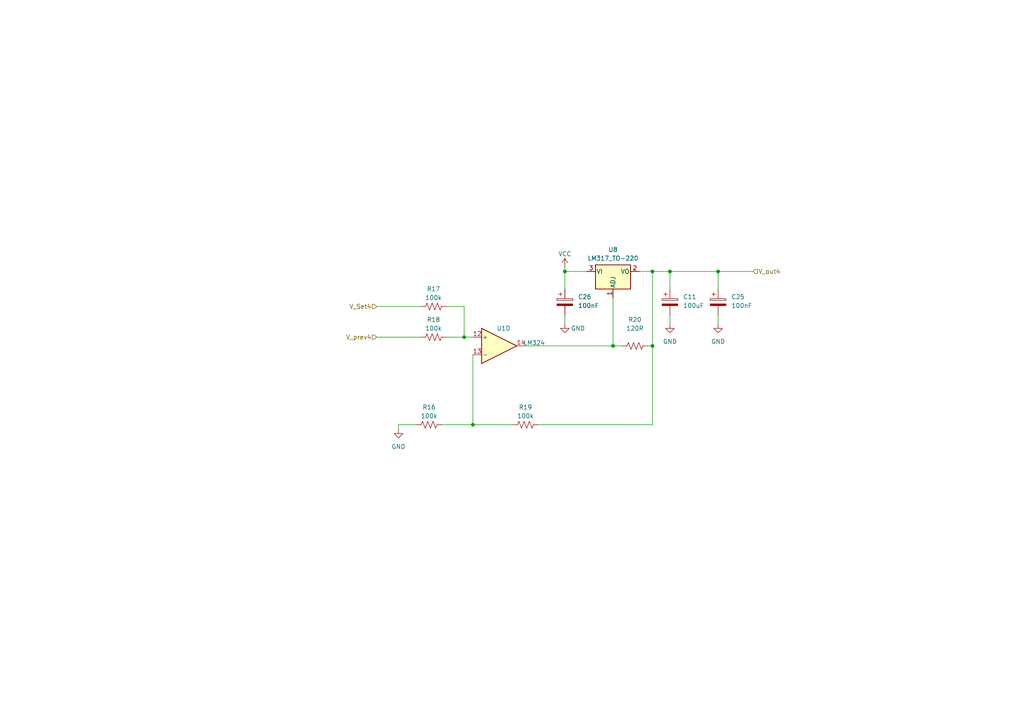
<source format=kicad_sch>
(kicad_sch (version 20250114) (generator "eeschema") (generator_version "9.0")
  (paper "A4")
  (title_block (company "Purdue ECET"))
  (lib_symbols
    (symbol "Amplifier_Operational:LM324" (pin_names (offset 0.127))
      (property "Reference" "U" (at 0 5.08 0))
      (property "Value" "LM324" (at 0 -5.08 0))
      (symbol "LM324_1_1"
        (polyline (pts (xy -5.08 5.08) (xy 5.08 0) (xy -5.08 -5.08) (xy -5.08 5.08)) (stroke (width 0.254)) (fill (type background)))
        (pin input line (at -7.62 2.54 0) (length 2.54) (name "+") (number "3"))
        (pin input line (at -7.62 -2.54 0) (length 2.54) (name "-") (number "2"))
        (pin output line (at 7.62 0 180) (length 2.54) (name "~") (number "1"))
      )
      (symbol "LM324_2_1"
        (polyline (pts (xy -5.08 5.08) (xy 5.08 0) (xy -5.08 -5.08) (xy -5.08 5.08)) (stroke (width 0.254)) (fill (type background)))
        (pin input line (at -7.62 2.54 0) (length 2.54) (name "+") (number "5"))
        (pin input line (at -7.62 -2.54 0) (length 2.54) (name "-") (number "6"))
        (pin output line (at 7.62 0 180) (length 2.54) (name "~") (number "7"))
      )
      (symbol "LM324_3_1"
        (polyline (pts (xy -5.08 5.08) (xy 5.08 0) (xy -5.08 -5.08) (xy -5.08 5.08)) (stroke (width 0.254)) (fill (type background)))
        (pin input line (at -7.62 2.54 0) (length 2.54) (name "+") (number "10"))
        (pin input line (at -7.62 -2.54 0) (length 2.54) (name "-") (number "9"))
        (pin output line (at 7.62 0 180) (length 2.54) (name "~") (number "8"))
      )
      (symbol "LM324_4_1"
        (polyline (pts (xy -5.08 5.08) (xy 5.08 0) (xy -5.08 -5.08) (xy -5.08 5.08)) (stroke (width 0.254)) (fill (type background)))
        (pin input line (at -7.62 2.54 0) (length 2.54) (name "+") (number "12"))
        (pin input line (at -7.62 -2.54 0) (length 2.54) (name "-") (number "13"))
        (pin output line (at 7.62 0 180) (length 2.54) (name "~") (number "14"))
      )
      (symbol "LM324_5_1"
        (pin power_in line (at -2.54 7.62 270) (length 3.81) (name "V+") (number "4"))
        (pin power_in line (at -2.54 -7.62 90) (length 3.81) (name "V-") (number "11"))
      )
    )
    (symbol "Device:C_Polarized" (pin_numbers (hide yes)) (pin_names (offset 0.254))
      (property "Reference" "C" (at 0.635 2.54 0))
      (property "Value" "C_Polarized" (at 0.635 -2.54 0))
      (symbol "C_Polarized_0_1"
        (rectangle (start -2.286 0.508) (end 2.286 1.016))
        (polyline (pts (xy -1.778 2.286) (xy -0.762 2.286)))
        (polyline (pts (xy -1.27 2.794) (xy -1.27 1.778)))
        (rectangle (start 2.286 -0.508) (end -2.286 -1.016) (fill (type outline)))
      )
      (symbol "C_Polarized_1_1"
        (pin passive line (at 0 3.81 270) (length 2.794) (name "~") (number "1"))
        (pin passive line (at 0 -3.81 90) (length 2.794) (name "~") (number "2"))
      )
    )
    (symbol "Device:R_US" (pin_numbers (hide yes)) (pin_names (offset 0))
      (property "Reference" "R" (at 2.54 0 90))
      (property "Value" "R_US" (at -2.54 0 90))
      (symbol "R_US_0_1"
        (polyline (pts (xy 0 2.286) (xy 0 2.54)))
        (polyline (pts (xy 0 2.286) (xy 1.016 1.905) (xy 0 1.524) (xy -1.016 1.143) (xy 0 0.762)))
        (polyline (pts (xy 0 0.762) (xy 1.016 0.381) (xy 0 0) (xy -1.016 -0.381) (xy 0 -0.762)))
        (polyline (pts (xy 0 -0.762) (xy 1.016 -1.143) (xy 0 -1.524) (xy -1.016 -1.905) (xy 0 -2.286)))
        (polyline (pts (xy 0 -2.286) (xy 0 -2.54)))
      )
      (symbol "R_US_1_1"
        (pin passive line (at 0 3.81 270) (length 1.27) (name "~") (number "1"))
        (pin passive line (at 0 -3.81 90) (length 1.27) (name "~") (number "2"))
      )
    )
    (symbol "Regulator_Linear:LM317_TO-220" (pin_names (offset 0.254))
      (property "Reference" "U" (at -3.81 3.175 0))
      (property "Value" "LM317_TO-220" (at 0 3.175 0))
      (symbol "LM317_TO-220_0_1"
        (rectangle (start -5.08 1.905) (end 5.08 -5.08) (stroke (width 0.254)) (fill (type background)))
      )
      (symbol "LM317_TO-220_1_1"
        (pin power_in line (at -7.62 0 0) (length 2.54) (name "VI") (number "3"))
        (pin input line (at 0 -7.62 90) (length 2.54) (name "ADJ") (number "1"))
        (pin power_out line (at 7.62 0 180) (length 2.54) (name "VO") (number "2"))
      )
    )
    (symbol "power:GND" (power) (pin_names (offset 0))
      (property "Value" "GND" (at 0 -3.81 0))
      (symbol "GND_0_1"
        (polyline (pts (xy 0 0) (xy 0 -1.27) (xy 1.27 -1.27) (xy 0 -2.54) (xy -1.27 -1.27) (xy 0 -1.27)))
      )
      (symbol "GND_1_1"
        (pin power_in line (at 0 0 270) (length 0) (hide yes) (name "GND") (number "1"))
      )
    )
    (symbol "power:VCC" (power) (pin_names (offset 0))
      (property "Value" "VCC" (at 0 3.81 0))
      (symbol "VCC_0_1"
        (polyline (pts (xy -0.762 1.27) (xy 0 2.54)))
        (polyline (pts (xy 0 2.54) (xy 0.762 1.27)))
        (polyline (pts (xy 0 0) (xy 0 2.54)))
      )
      (symbol "VCC_1_1"
        (pin power_in line (at 0 0 90) (length 0) (hide yes) (name "VCC") (number "1"))
      )
    )
  )
  (junction (at 137.16 123.19))
  (junction (at 208.28 78.74))
  (junction (at 189.23 78.74))
  (junction (at 177.8 100.33))
  (junction (at 134.62 97.79))
  (junction (at 194.31 78.74))
  (junction (at 163.83 78.74))
  (junction (at 189.23 100.33))
  (wire (pts (xy 128.27 123.19) (xy 137.16 123.19)))
  (wire (pts (xy 189.23 123.19) (xy 189.23 100.33)))
  (wire (pts (xy 137.16 123.19) (xy 148.59 123.19)))
  (wire (pts (xy 109.22 88.9) (xy 121.92 88.9)))
  (wire (pts (xy 163.83 78.74) (xy 163.83 77.47)))
  (wire (pts (xy 170.18 78.74) (xy 163.83 78.74)))
  (wire (pts (xy 163.83 91.44) (xy 163.83 93.98)))
  (wire (pts (xy 109.22 97.79) (xy 121.92 97.79)))
  (wire (pts (xy 194.31 91.44) (xy 194.31 93.98)))
  (wire (pts (xy 194.31 78.74) (xy 194.31 83.82)))
  (wire (pts (xy 129.54 88.9) (xy 134.62 88.9)))
  (wire (pts (xy 177.8 86.36) (xy 177.8 100.33)))
  (wire (pts (xy 180.34 100.33) (xy 177.8 100.33)))
  (wire (pts (xy 115.57 123.19) (xy 115.57 124.46)))
  (wire (pts (xy 163.83 78.74) (xy 163.83 83.82)))
  (wire (pts (xy 187.96 100.33) (xy 189.23 100.33)))
  (wire (pts (xy 185.42 78.74) (xy 189.23 78.74)))
  (wire (pts (xy 152.4 100.33) (xy 177.8 100.33)))
  (wire (pts (xy 208.28 78.74) (xy 218.44 78.74)))
  (wire (pts (xy 137.16 102.87) (xy 137.16 123.19)))
  (wire (pts (xy 189.23 78.74) (xy 194.31 78.74)))
  (wire (pts (xy 134.62 97.79) (xy 137.16 97.79)))
  (wire (pts (xy 156.21 123.19) (xy 189.23 123.19)))
  (wire (pts (xy 208.28 78.74) (xy 208.28 83.82)))
  (wire (pts (xy 194.31 78.74) (xy 208.28 78.74)))
  (wire (pts (xy 129.54 97.79) (xy 134.62 97.79)))
  (wire (pts (xy 189.23 78.74) (xy 189.23 100.33)))
  (wire (pts (xy 208.28 91.44) (xy 208.28 93.98)))
  (wire (pts (xy 120.65 123.19) (xy 115.57 123.19)))
  (wire (pts (xy 134.62 88.9) (xy 134.62 97.79)))
  (hierarchical_label "V_Set4" (shape input) (at 109.22 88.9 180))
  (hierarchical_label "V_prev4" (shape input) (at 109.22 97.79 180))
  (hierarchical_label "V_out4" (shape input) (at 218.44 78.74 0))
  (symbol (lib_id "Device:R_US") (at 124.46 123.19 90) (unit 1)
    (property "Reference" "R16" (at 124.46 118.11 90))
    (property "Value" "100k" (at 124.46 120.65 90))
    (property "Footprint" "Resistor_THT:R_Axial_DIN0207_L6.3mm_D2.5mm_P10.16mm_Horizontal" (effects (hide yes)))
  )
  (symbol (lib_id "Device:R_US") (at 125.73 88.9 90) (unit 1)
    (property "Reference" "R17" (at 125.73 83.82 90))
    (property "Value" "100k" (at 125.73 86.36 90))
    (property "Footprint" "Resistor_THT:R_Axial_DIN0207_L6.3mm_D2.5mm_P10.16mm_Horizontal" (effects (hide yes)))
  )
  (symbol (lib_id "Device:C_Polarized") (at 163.83 87.63 0) (unit 1)
    (property "Reference" "C26" (at 167.64 86.106 0) (effects (justify left)))
    (property "Value" "100nF" (at 167.64 88.646 0) (effects (justify left)))
    (property "Footprint" "Capacitor_THT:C_Disc_D4.3mm_W1.9mm_P5.00mm" (effects (hide yes)))
  )
  (symbol (lib_id "Regulator_Linear:LM317_TO-220") (at 177.8 78.74 0) (unit 1)
    (property "Reference" "U8" (at 177.8 72.39 0))
    (property "Value" "LM317_TO-220" (at 177.8 74.93 0))
    (property "Footprint" "Package_TO_SOT_THT:TO-220-3_Vertical" (effects (hide yes)))
    (property "Datasheet" "http://www.ti.com/lit/ds/symlink/lm317.pdf" (effects (hide yes)))
  )
  (symbol (lib_id "Device:R_US") (at 152.4 123.19 90) (unit 1)
    (property "Reference" "R19" (at 152.4 118.11 90))
    (property "Value" "100k" (at 152.4 120.65 90))
    (property "Footprint" "Resistor_THT:R_Axial_DIN0207_L6.3mm_D2.5mm_P10.16mm_Horizontal" (effects (hide yes)))
  )
  (symbol (lib_id "power:GND") (at 115.57 124.46 0) (unit 1)
    (property "Reference" "#PWR016" (effects (hide yes)))
    (property "Value" "GND" (at 115.57 129.54 0))
  )
  (symbol (lib_id "power:GND") (at 208.28 93.98 0) (unit 1)
    (property "Reference" "#PWR052" (effects (hide yes)))
    (property "Value" "GND" (at 208.28 99.06 0))
  )
  (symbol (lib_id "power:GND") (at 194.31 93.98 0) (unit 1)
    (property "Reference" "#PWR029" (effects (hide yes)))
    (property "Value" "GND" (at 194.31 99.06 0))
  )
  (symbol (lib_id "Device:R_US") (at 125.73 97.79 90) (unit 1)
    (property "Reference" "R18" (at 125.73 92.71 90))
    (property "Value" "100k" (at 125.73 95.25 90))
    (property "Footprint" "Resistor_THT:R_Axial_DIN0207_L6.3mm_D2.5mm_P10.16mm_Horizontal" (effects (hide yes)))
  )
  (symbol (lib_id "Device:C_Polarized") (at 208.28 87.63 0) (unit 1)
    (property "Reference" "C25" (at 212.09 86.106 0) (effects (justify left)))
    (property "Value" "100nF" (at 212.09 88.646 0) (effects (justify left)))
    (property "Footprint" "Capacitor_THT:C_Disc_D4.3mm_W1.9mm_P5.00mm" (effects (hide yes)))
  )
  (symbol (lib_id "power:GND") (at 163.83 93.98 0) (unit 1)
    (property "Reference" "#PWR053" (effects (hide yes)))
    (property "Value" "GND" (at 167.64 95.25 0))
  )
  (symbol (lib_id "Amplifier_Operational:LM324") (at 144.78 100.33 0) (unit 4)
    (property "Reference" "U1" (at 146.05 95.25 0))
    (property "Value" "LM324" (at 154.94 99.4411 0))
    (property "Footprint" "Package_DIP:DIP-14_W7.62mm_LongPads" (effects (hide yes)))
    (property "Datasheet" "http://www.ti.com/lit/ds/symlink/lm2902-n.pdf" (effects (hide yes)))
    (property "Description" "Low-Power, Quad-Operational Amplifiers, DIP-14/SOIC-14/SSOP-14" (effects (hide yes)))
  )
  (symbol (lib_id "Device:C_Polarized") (at 194.31 87.63 0) (unit 1)
    (property "Reference" "C11" (at 198.12 86.106 0) (effects (justify left)))
    (property "Value" "100uF" (at 198.12 88.646 0) (effects (justify left)))
    (property "Footprint" "Capacitor_THT:CP_Radial_D7.5mm_P2.50mm" (effects (hide yes)))
  )
  (symbol (lib_id "power:VCC") (at 163.83 77.47 0) (unit 1)
    (property "Reference" "#PWR020" (effects (hide yes)))
    (property "Value" "VCC" (at 163.83 73.66 0))
  )
  (symbol (lib_id "Device:R_US") (at 184.15 100.33 270) (unit 1)
    (property "Reference" "R20" (at 184.15 92.71 90))
    (property "Value" "120R" (at 184.15 95.25 90))
    (property "Footprint" "Resistor_THT:R_Axial_DIN0207_L6.3mm_D2.5mm_P10.16mm_Horizontal" (effects (hide yes)))
  )
)
</source>
